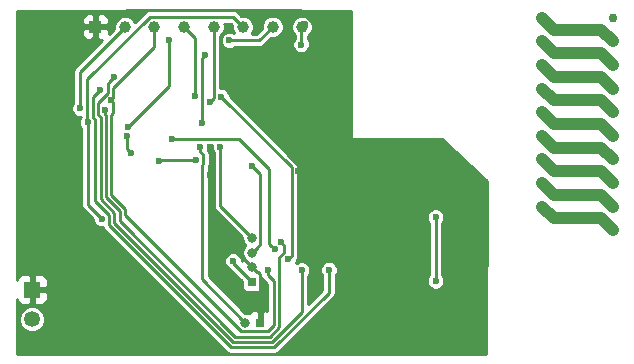
<source format=gbr>
G04 #@! TF.FileFunction,Copper,L2,Bot,Signal*
%FSLAX46Y46*%
G04 Gerber Fmt 4.6, Leading zero omitted, Abs format (unit mm)*
G04 Created by KiCad (PCBNEW 4.0.2+dfsg1-stable) date ven 12 ott 2018 15:59:41 CEST*
%MOMM*%
G01*
G04 APERTURE LIST*
%ADD10C,0.100000*%
%ADD11C,1.000760*%
%ADD12C,0.762000*%
%ADD13R,1.000000X1.000000*%
%ADD14C,1.000000*%
%ADD15R,0.800000X0.800000*%
%ADD16O,0.800000X0.800000*%
%ADD17R,1.350000X1.350000*%
%ADD18C,1.350000*%
%ADD19C,0.600000*%
%ADD20C,0.250000*%
%ADD21C,0.254000*%
G04 APERTURE END LIST*
D10*
D11*
X166657020Y-82014060D02*
X167657780Y-83014820D01*
X167657780Y-83014820D02*
X171658280Y-83014820D01*
X171658280Y-83014820D02*
X172656500Y-84013040D01*
X172656500Y-82014060D02*
X171658280Y-81013300D01*
X171658280Y-81013300D02*
X167657780Y-81013300D01*
X167657780Y-81013300D02*
X166657020Y-80015080D01*
X167657780Y-79014320D02*
X166657020Y-78013560D01*
X167657780Y-79014320D02*
X171658280Y-79014320D01*
X171658280Y-79014320D02*
X172656500Y-80015080D01*
X172656500Y-78013560D02*
X171658280Y-77012800D01*
X171658280Y-77012800D02*
X167657780Y-77012800D01*
X167657780Y-77012800D02*
X166657020Y-76014580D01*
X167657780Y-75013820D02*
X166657020Y-74013060D01*
X167657780Y-73014840D02*
X166657020Y-72014080D01*
X167657780Y-73014840D02*
X171658280Y-73014840D01*
X171658280Y-73014840D02*
X172656500Y-74013060D01*
X171658280Y-75013820D02*
X172656500Y-76014580D01*
X171658280Y-75013820D02*
X167657780Y-75013820D01*
X166657020Y-84013040D02*
X167657780Y-85013800D01*
X166657020Y-86014560D02*
X167657780Y-87012780D01*
X167657780Y-87012780D02*
X171658280Y-87012780D01*
X171658280Y-87012780D02*
X172656500Y-88013540D01*
X172656500Y-86014560D02*
X171658280Y-85013800D01*
X171658280Y-85013800D02*
X167657780Y-85013800D01*
X166657020Y-88013540D02*
X167657780Y-89014300D01*
X167657780Y-89014300D02*
X171658280Y-89014300D01*
X171658280Y-89014300D02*
X172656500Y-90015060D01*
D12*
X166657020Y-82014060D03*
X166657020Y-84013040D03*
X166730680Y-84046060D03*
X166657020Y-86014560D03*
X166657020Y-88013540D03*
X172656500Y-88013540D03*
X172656500Y-86014560D03*
X172656500Y-84013040D03*
X172656500Y-82014060D03*
X172656500Y-80015080D03*
X172656500Y-78013560D03*
X172656500Y-76014580D03*
X172656500Y-74013060D03*
X172656500Y-72014080D03*
X166657020Y-72014080D03*
X166657020Y-74013060D03*
X166657020Y-76014580D03*
X166657020Y-78013560D03*
X166657020Y-80015080D03*
X172656500Y-90015060D03*
D13*
X128856740Y-72787320D03*
D14*
X131356740Y-72787320D03*
X133856740Y-72787320D03*
X136356740Y-72787320D03*
X138856740Y-72787320D03*
X141356740Y-72787320D03*
X143856740Y-72787320D03*
X146356740Y-72787320D03*
D15*
X142097760Y-94393200D03*
D16*
X142097760Y-93143200D03*
X142097760Y-91893200D03*
X142097760Y-90643200D03*
D17*
X123489720Y-95041720D03*
D18*
X123489720Y-97541720D03*
D15*
X142801340Y-97824100D03*
D16*
X141551340Y-97824100D03*
D19*
X151546560Y-98193860D03*
X147665440Y-74455020D03*
X148071840Y-72278240D03*
X149999700Y-72029320D03*
X149842220Y-75265280D03*
X148722080Y-83781900D03*
X149903180Y-79705200D03*
X146062700Y-80472280D03*
X159710120Y-85671660D03*
X159367220Y-95849440D03*
X157322520Y-95735140D03*
X156149040Y-96647000D03*
X154030680Y-97566480D03*
X155138120Y-100020120D03*
X157835600Y-99913440D03*
X156649420Y-98727260D03*
X155671520Y-85356700D03*
X156824680Y-85981540D03*
X158780480Y-87779860D03*
X159679640Y-84236560D03*
X161264600Y-85981540D03*
X161371280Y-88148160D03*
X161317940Y-91638120D03*
X160050480Y-98564700D03*
X161107120Y-99674680D03*
X161846260Y-96342200D03*
X146674840Y-100139500D03*
X148419820Y-100086160D03*
X149951440Y-100149660D03*
X151432260Y-100022660D03*
X152913080Y-99862640D03*
X156613860Y-99915980D03*
X154604720Y-99123500D03*
X155450540Y-97960180D03*
X156507180Y-95211900D03*
X156999940Y-96984820D03*
X158198820Y-98277680D03*
X159572960Y-99545140D03*
X159468820Y-97325180D03*
X161317940Y-97977960D03*
X161792920Y-94965520D03*
X158419800Y-91150440D03*
X159255460Y-89362280D03*
X160789620Y-89519760D03*
X161701480Y-90345260D03*
X160261300Y-87088980D03*
X158145480Y-85608160D03*
X157784800Y-83558380D03*
X155671520Y-83454240D03*
X153184860Y-85620860D03*
X153291540Y-83875880D03*
X150543260Y-85356700D03*
X150754080Y-83136740D03*
X145986500Y-85026500D03*
X147360640Y-84180680D03*
X148523960Y-81325720D03*
X146146520Y-82329020D03*
X147360640Y-79209900D03*
X149105620Y-77678280D03*
X146357340Y-77149960D03*
X148366480Y-75773280D03*
X149001480Y-73449180D03*
X134232682Y-84148740D03*
X137342880Y-84059840D03*
X140505180Y-92606940D03*
X146273520Y-74285920D03*
X146568160Y-72550020D03*
X156265880Y-94267020D03*
X152944685Y-91133520D03*
X138544543Y-82931876D03*
X138526520Y-85340000D03*
X154198320Y-92782200D03*
X156408120Y-88837580D03*
X147253960Y-85914040D03*
X151747220Y-88515000D03*
X126479300Y-75740260D03*
X157667960Y-94308740D03*
X157667960Y-88896000D03*
X131884413Y-83506430D03*
X131528049Y-82063489D03*
X129388508Y-89029978D03*
X128189988Y-80865077D03*
X129704374Y-79799947D03*
X127554331Y-79684145D03*
X144543168Y-91004586D03*
X143428720Y-93366400D03*
X130195179Y-79010136D03*
X137288458Y-78639770D03*
X138524554Y-79155705D03*
X131622710Y-81269097D03*
X135122920Y-73884600D03*
X140195300Y-73935400D03*
X142102840Y-84552600D03*
X139423140Y-82931876D03*
X137744530Y-82931876D03*
X138153140Y-75210480D03*
X137863580Y-80922940D03*
X144052098Y-91636146D03*
X135343900Y-82266600D03*
X145174955Y-92458525D03*
X139481759Y-78698971D03*
X130412036Y-77075162D03*
X146311620Y-93366400D03*
X129237031Y-78159369D03*
X148633180Y-93358780D03*
D20*
X134321582Y-84059840D02*
X134232682Y-84148740D01*
X137342880Y-84059840D02*
X134321582Y-84059840D01*
X140505180Y-92606940D02*
X140505180Y-92800620D01*
X140505180Y-92800620D02*
X142097760Y-94393200D01*
X146273520Y-74285920D02*
X146273520Y-72870540D01*
X146273520Y-72870540D02*
X146356740Y-72787320D01*
X151747220Y-88515000D02*
X151747220Y-89936055D01*
X151747220Y-89936055D02*
X152644686Y-90833521D01*
X152644686Y-90833521D02*
X152944685Y-91133520D01*
X128856740Y-72787320D02*
X128856740Y-73537320D01*
X128856740Y-73537320D02*
X126653800Y-75740260D01*
X126653800Y-75740260D02*
X126479300Y-75740260D01*
X138526520Y-82949899D02*
X138544543Y-82931876D01*
X138526520Y-85340000D02*
X138526520Y-82949899D01*
X131527658Y-71395400D02*
X146185822Y-71395400D01*
X147253960Y-72463538D02*
X147253960Y-85489776D01*
X146185822Y-71395400D02*
X147253960Y-72463538D01*
X147253960Y-85489776D02*
X147253960Y-85914040D01*
X128856740Y-72787320D02*
X130135738Y-72787320D01*
X130135738Y-72787320D02*
X131527658Y-71395400D01*
X138526520Y-85340000D02*
X138526520Y-89571960D01*
X138526520Y-89571960D02*
X142097760Y-93143200D01*
X156408120Y-88837580D02*
X154198320Y-91047380D01*
X154198320Y-91047380D02*
X154198320Y-92782200D01*
X151747220Y-88515000D02*
X149854920Y-88515000D01*
X149854920Y-88515000D02*
X147253960Y-85914040D01*
X142801340Y-97824100D02*
X142801340Y-97174100D01*
X142801340Y-97174100D02*
X142822761Y-97152679D01*
X142822761Y-97152679D02*
X142822761Y-93733199D01*
X142632761Y-93543199D02*
X142497759Y-93543199D01*
X142822761Y-93733199D02*
X142632761Y-93543199D01*
X142497759Y-93543199D02*
X142097760Y-93143200D01*
X128833880Y-72810180D02*
X128856740Y-72787320D01*
X157667960Y-88896000D02*
X157667960Y-94308740D01*
X131528049Y-83150066D02*
X131584414Y-83206431D01*
X131528049Y-82063489D02*
X131528049Y-83150066D01*
X131584414Y-83206431D02*
X131884413Y-83506430D01*
X141356740Y-72787320D02*
X140531739Y-71962319D01*
X128179332Y-80854421D02*
X128189988Y-80865077D01*
X133460739Y-71962319D02*
X128179332Y-77243726D01*
X128179332Y-77243726D02*
X128179332Y-80854421D01*
X140531739Y-71962319D02*
X133460739Y-71962319D01*
X129088509Y-88729979D02*
X129388508Y-89029978D01*
X128189988Y-80865077D02*
X128189988Y-87831458D01*
X128189988Y-87831458D02*
X129088509Y-88729979D01*
X144429911Y-98216942D02*
X143641222Y-99005631D01*
X143641222Y-99005631D02*
X140689620Y-99005631D01*
X129745168Y-80265005D02*
X129704374Y-80224211D01*
X129745168Y-87188814D02*
X129745168Y-80265005D01*
X144429911Y-92309771D02*
X144429911Y-98216942D01*
X144843167Y-91896515D02*
X144429911Y-92309771D01*
X129704374Y-80224211D02*
X129704374Y-79799947D01*
X144843167Y-91304585D02*
X144843167Y-91896515D01*
X127554331Y-79259881D02*
X127554331Y-79684145D01*
X127554331Y-76589729D02*
X127554331Y-79259881D01*
X131356740Y-72787320D02*
X127554331Y-76589729D01*
X130913531Y-88357177D02*
X129745168Y-87188814D01*
X140689620Y-99005631D02*
X130913531Y-89229542D01*
X130913531Y-89229542D02*
X130913531Y-88357177D01*
X144543168Y-91004586D02*
X144843167Y-91304585D01*
X143979900Y-98030542D02*
X143979900Y-94341844D01*
X141216377Y-98549101D02*
X143461341Y-98549101D01*
X131363542Y-88709302D02*
X141209858Y-98555620D01*
X130195179Y-80234144D02*
X130195179Y-87002414D01*
X130195179Y-87002414D02*
X131363542Y-88170777D01*
X143428720Y-93790664D02*
X143428720Y-93366400D01*
X130329375Y-80099948D02*
X130195179Y-80234144D01*
X143979900Y-94341844D02*
X143428720Y-93790664D01*
X130329375Y-79144332D02*
X130329375Y-80099948D01*
X130195179Y-79010136D02*
X130329375Y-79144332D01*
X131363542Y-88170777D02*
X131363542Y-88709302D01*
X141209858Y-98555620D02*
X141216377Y-98549101D01*
X143461341Y-98549101D02*
X143979900Y-98030542D01*
X130370188Y-78835127D02*
X130195179Y-79010136D01*
X133856740Y-74514369D02*
X130370188Y-78000921D01*
X133856740Y-72787320D02*
X133856740Y-74514369D01*
X130370188Y-78000921D02*
X130370188Y-78835127D01*
X137288458Y-78215506D02*
X137288458Y-78639770D01*
X136356740Y-72787320D02*
X137288458Y-73719038D01*
X137288458Y-73719038D02*
X137288458Y-78215506D01*
X138856740Y-72787320D02*
X138856740Y-78823519D01*
X138856740Y-78823519D02*
X138824553Y-78855706D01*
X138824553Y-78855706D02*
X138524554Y-79155705D01*
X135122920Y-73884600D02*
X135122920Y-77768887D01*
X135122920Y-77768887D02*
X131922709Y-80969098D01*
X131922709Y-80969098D02*
X131622710Y-81269097D01*
X143856740Y-72787320D02*
X142708660Y-73935400D01*
X142708660Y-73935400D02*
X140195300Y-73935400D01*
X142822761Y-90295199D02*
X142822761Y-91168199D01*
X142102840Y-84552600D02*
X142800909Y-85250669D01*
X142800909Y-90273347D02*
X142822761Y-90295199D01*
X142800909Y-85250669D02*
X142800909Y-90273347D01*
X142822761Y-91168199D02*
X142497759Y-91493201D01*
X142497759Y-91493201D02*
X142097760Y-91893200D01*
X139423140Y-83356140D02*
X139423140Y-82931876D01*
X139423140Y-87968580D02*
X139423140Y-83356140D01*
X142097760Y-90643200D02*
X139423140Y-87968580D01*
X137967881Y-84359841D02*
X137967881Y-83579491D01*
X137878981Y-84448741D02*
X137967881Y-84359841D01*
X137967881Y-83579491D02*
X137744530Y-83356140D01*
X141551340Y-97824100D02*
X137878981Y-94151741D01*
X137878981Y-94151741D02*
X137878981Y-84448741D01*
X137744530Y-83356140D02*
X137744530Y-82931876D01*
X137913478Y-78926742D02*
X137913478Y-75450142D01*
X137863580Y-80922940D02*
X137863580Y-78976640D01*
X137863580Y-78976640D02*
X137913478Y-78926742D01*
X137913478Y-75450142D02*
X138153140Y-75210480D01*
X143570043Y-91154091D02*
X143752099Y-91336147D01*
X143752099Y-91336147D02*
X144052098Y-91636146D01*
X140997940Y-82266600D02*
X143570043Y-84838703D01*
X143570043Y-84838703D02*
X143570043Y-91154091D01*
X135343900Y-82266600D02*
X140997940Y-82266600D01*
X145474954Y-92158526D02*
X145174955Y-92458525D01*
X145474954Y-84692166D02*
X145474954Y-92158526D01*
X139481759Y-78698971D02*
X145474954Y-84692166D01*
X130463520Y-89415942D02*
X130463520Y-88543577D01*
X129079354Y-79200957D02*
X129895177Y-78385134D01*
X129295157Y-80449949D02*
X129079354Y-80234146D01*
X129895177Y-78385134D02*
X129895177Y-77592021D01*
X129079354Y-80234146D02*
X129079354Y-79200957D01*
X146311620Y-96971644D02*
X143827622Y-99455642D01*
X129295157Y-87375214D02*
X129295157Y-80449949D01*
X143827622Y-99455642D02*
X140503220Y-99455642D01*
X146311620Y-93366400D02*
X146311620Y-96971644D01*
X130112037Y-77375161D02*
X130412036Y-77075162D01*
X129895177Y-77592021D02*
X130112037Y-77375161D01*
X140503220Y-99455642D02*
X130463520Y-89415942D01*
X130463520Y-88543577D02*
X129295157Y-87375214D01*
X130013509Y-89602342D02*
X130013509Y-88729977D01*
X128629343Y-80420546D02*
X128629343Y-78767057D01*
X128845146Y-80636349D02*
X128629343Y-80420546D01*
X130013509Y-88729977D02*
X128845146Y-87561614D01*
X140316820Y-99905653D02*
X130013509Y-89602342D01*
X128629343Y-78767057D02*
X128937032Y-78459368D01*
X148633180Y-95286495D02*
X144014022Y-99905653D01*
X148633180Y-93358780D02*
X148633180Y-95286495D01*
X144014022Y-99905653D02*
X140316820Y-99905653D01*
X128845146Y-87561614D02*
X128845146Y-80636349D01*
X128937032Y-78459368D02*
X129237031Y-78159369D01*
D21*
G36*
X133246436Y-71444946D02*
X133064759Y-71566339D01*
X132215018Y-72416080D01*
X132149857Y-72258377D01*
X131887067Y-71995128D01*
X131543539Y-71852482D01*
X131171573Y-71852158D01*
X130827797Y-71994203D01*
X130564548Y-72256993D01*
X130421902Y-72600521D01*
X130421615Y-72930485D01*
X129991740Y-73360360D01*
X129991740Y-73073070D01*
X129832990Y-72914320D01*
X128983740Y-72914320D01*
X128983740Y-73763570D01*
X129142490Y-73922320D01*
X129429780Y-73922320D01*
X127158351Y-76193749D01*
X127036958Y-76375426D01*
X126994331Y-76589729D01*
X126994331Y-79204627D01*
X126931591Y-79267257D01*
X126819458Y-79537303D01*
X126819203Y-79829704D01*
X126930865Y-80099945D01*
X127137443Y-80306885D01*
X127407489Y-80419018D01*
X127596305Y-80419183D01*
X127567248Y-80448189D01*
X127455115Y-80718235D01*
X127454860Y-81010636D01*
X127566522Y-81280877D01*
X127629988Y-81344454D01*
X127629988Y-87831458D01*
X127672615Y-88045761D01*
X127794008Y-88227438D01*
X128653457Y-89086887D01*
X128653380Y-89175537D01*
X128765042Y-89445778D01*
X128971620Y-89652718D01*
X129241666Y-89764851D01*
X129485876Y-89765064D01*
X129496136Y-89816645D01*
X129617529Y-89998322D01*
X139920840Y-100301633D01*
X140102517Y-100423026D01*
X140316820Y-100465653D01*
X144014022Y-100465653D01*
X144228325Y-100423026D01*
X144410002Y-100301633D01*
X149029160Y-95682475D01*
X149150553Y-95500798D01*
X149193180Y-95286495D01*
X149193180Y-93838298D01*
X149255920Y-93775668D01*
X149368053Y-93505622D01*
X149368308Y-93213221D01*
X149256646Y-92942980D01*
X149050068Y-92736040D01*
X148780022Y-92623907D01*
X148487621Y-92623652D01*
X148217380Y-92735314D01*
X148010440Y-92941892D01*
X147898307Y-93211938D01*
X147898052Y-93504339D01*
X148009714Y-93774580D01*
X148073180Y-93838157D01*
X148073180Y-95054535D01*
X146871620Y-96256095D01*
X146871620Y-93845918D01*
X146934360Y-93783288D01*
X147046493Y-93513242D01*
X147046748Y-93220841D01*
X146935086Y-92950600D01*
X146728508Y-92743660D01*
X146458462Y-92631527D01*
X146166061Y-92631272D01*
X145895820Y-92742934D01*
X145822181Y-92816444D01*
X145909828Y-92605367D01*
X145909923Y-92496155D01*
X145992327Y-92372829D01*
X146034955Y-92158526D01*
X146034954Y-92158521D01*
X146034954Y-89041559D01*
X156932832Y-89041559D01*
X157044494Y-89311800D01*
X157107960Y-89375377D01*
X157107960Y-93829222D01*
X157045220Y-93891852D01*
X156933087Y-94161898D01*
X156932832Y-94454299D01*
X157044494Y-94724540D01*
X157251072Y-94931480D01*
X157521118Y-95043613D01*
X157813519Y-95043868D01*
X158083760Y-94932206D01*
X158290700Y-94725628D01*
X158402833Y-94455582D01*
X158403088Y-94163181D01*
X158291426Y-93892940D01*
X158227960Y-93829363D01*
X158227960Y-89375518D01*
X158290700Y-89312888D01*
X158402833Y-89042842D01*
X158403088Y-88750441D01*
X158291426Y-88480200D01*
X158084848Y-88273260D01*
X157814802Y-88161127D01*
X157522401Y-88160872D01*
X157252160Y-88272534D01*
X157045220Y-88479112D01*
X156933087Y-88749158D01*
X156932832Y-89041559D01*
X146034954Y-89041559D01*
X146034954Y-84692171D01*
X146034955Y-84692166D01*
X145992327Y-84477863D01*
X145870934Y-84296186D01*
X140216810Y-78642062D01*
X140216887Y-78553412D01*
X140105225Y-78283171D01*
X139898647Y-78076231D01*
X139628601Y-77964098D01*
X139416740Y-77963913D01*
X139416740Y-73549434D01*
X139648932Y-73317647D01*
X139791578Y-72974119D01*
X139791902Y-72602153D01*
X139758915Y-72522319D01*
X140299779Y-72522319D01*
X140421864Y-72644404D01*
X140421578Y-72972487D01*
X140551768Y-73287571D01*
X140342142Y-73200527D01*
X140049741Y-73200272D01*
X139779500Y-73311934D01*
X139572560Y-73518512D01*
X139460427Y-73788558D01*
X139460172Y-74080959D01*
X139571834Y-74351200D01*
X139778412Y-74558140D01*
X140048458Y-74670273D01*
X140340859Y-74670528D01*
X140611100Y-74558866D01*
X140674677Y-74495400D01*
X142708660Y-74495400D01*
X142922963Y-74452773D01*
X143104640Y-74331380D01*
X143713824Y-73722196D01*
X144041907Y-73722482D01*
X144385683Y-73580437D01*
X144648932Y-73317647D01*
X144791578Y-72974119D01*
X144791579Y-72972487D01*
X145421578Y-72972487D01*
X145563623Y-73316263D01*
X145713520Y-73466422D01*
X145713520Y-73806402D01*
X145650780Y-73869032D01*
X145538647Y-74139078D01*
X145538392Y-74431479D01*
X145650054Y-74701720D01*
X145856632Y-74908660D01*
X146126678Y-75020793D01*
X146419079Y-75021048D01*
X146689320Y-74909386D01*
X146896260Y-74702808D01*
X147008393Y-74432762D01*
X147008648Y-74140361D01*
X146896986Y-73870120D01*
X146833520Y-73806543D01*
X146833520Y-73601990D01*
X146885683Y-73580437D01*
X147148932Y-73317647D01*
X147291578Y-72974119D01*
X147291902Y-72602153D01*
X147149857Y-72258377D01*
X146887067Y-71995128D01*
X146543539Y-71852482D01*
X146171573Y-71852158D01*
X145827797Y-71994203D01*
X145564548Y-72256993D01*
X145421902Y-72600521D01*
X145421578Y-72972487D01*
X144791579Y-72972487D01*
X144791902Y-72602153D01*
X144649857Y-72258377D01*
X144387067Y-71995128D01*
X144043539Y-71852482D01*
X143671573Y-71852158D01*
X143327797Y-71994203D01*
X143064548Y-72256993D01*
X142921902Y-72600521D01*
X142921615Y-72930485D01*
X142476700Y-73375400D01*
X142091078Y-73375400D01*
X142148932Y-73317647D01*
X142291578Y-72974119D01*
X142291902Y-72602153D01*
X142149857Y-72258377D01*
X141887067Y-71995128D01*
X141543539Y-71852482D01*
X141213575Y-71852195D01*
X140927719Y-71566339D01*
X140746042Y-71444946D01*
X140733443Y-71442440D01*
X150525062Y-71442440D01*
X150487381Y-82160934D01*
X150497213Y-82210379D01*
X150525507Y-82252103D01*
X150567805Y-82279532D01*
X150614380Y-82288380D01*
X158215012Y-82288380D01*
X162016119Y-85815667D01*
X161931215Y-100472440D01*
X122182120Y-100472440D01*
X122182120Y-97761544D01*
X122379528Y-97761544D01*
X122548159Y-98169663D01*
X122860135Y-98482183D01*
X123267959Y-98651527D01*
X123709544Y-98651912D01*
X124117663Y-98483281D01*
X124430183Y-98171305D01*
X124599527Y-97763481D01*
X124599912Y-97321896D01*
X124431281Y-96913777D01*
X124119305Y-96601257D01*
X123711481Y-96431913D01*
X123269896Y-96431528D01*
X122861777Y-96600159D01*
X122549257Y-96912135D01*
X122379913Y-97319959D01*
X122379528Y-97761544D01*
X122182120Y-97761544D01*
X122182120Y-95848823D01*
X122276393Y-96076418D01*
X122455021Y-96255047D01*
X122688410Y-96351720D01*
X123203970Y-96351720D01*
X123362720Y-96192970D01*
X123362720Y-95168720D01*
X123616720Y-95168720D01*
X123616720Y-96192970D01*
X123775470Y-96351720D01*
X124291030Y-96351720D01*
X124524419Y-96255047D01*
X124703047Y-96076418D01*
X124799720Y-95843029D01*
X124799720Y-95327470D01*
X124640970Y-95168720D01*
X123616720Y-95168720D01*
X123362720Y-95168720D01*
X123342720Y-95168720D01*
X123342720Y-94914720D01*
X123362720Y-94914720D01*
X123362720Y-93890470D01*
X123616720Y-93890470D01*
X123616720Y-94914720D01*
X124640970Y-94914720D01*
X124799720Y-94755970D01*
X124799720Y-94240411D01*
X124703047Y-94007022D01*
X124524419Y-93828393D01*
X124291030Y-93731720D01*
X123775470Y-93731720D01*
X123616720Y-93890470D01*
X123362720Y-93890470D01*
X123203970Y-93731720D01*
X122688410Y-93731720D01*
X122455021Y-93828393D01*
X122276393Y-94007022D01*
X122182120Y-94234617D01*
X122182120Y-73073070D01*
X127721740Y-73073070D01*
X127721740Y-73413630D01*
X127818413Y-73647019D01*
X127997042Y-73825647D01*
X128230431Y-73922320D01*
X128570990Y-73922320D01*
X128729740Y-73763570D01*
X128729740Y-72914320D01*
X127880490Y-72914320D01*
X127721740Y-73073070D01*
X122182120Y-73073070D01*
X122182120Y-72161010D01*
X127721740Y-72161010D01*
X127721740Y-72501570D01*
X127880490Y-72660320D01*
X128729740Y-72660320D01*
X128729740Y-71811070D01*
X128983740Y-71811070D01*
X128983740Y-72660320D01*
X129832990Y-72660320D01*
X129991740Y-72501570D01*
X129991740Y-72161010D01*
X129895067Y-71927621D01*
X129716438Y-71748993D01*
X129483049Y-71652320D01*
X129142490Y-71652320D01*
X128983740Y-71811070D01*
X128729740Y-71811070D01*
X128570990Y-71652320D01*
X128230431Y-71652320D01*
X127997042Y-71748993D01*
X127818413Y-71927621D01*
X127721740Y-72161010D01*
X122182120Y-72161010D01*
X122182120Y-71442440D01*
X133259035Y-71442440D01*
X133246436Y-71444946D01*
X133246436Y-71444946D01*
G37*
X133246436Y-71444946D02*
X133064759Y-71566339D01*
X132215018Y-72416080D01*
X132149857Y-72258377D01*
X131887067Y-71995128D01*
X131543539Y-71852482D01*
X131171573Y-71852158D01*
X130827797Y-71994203D01*
X130564548Y-72256993D01*
X130421902Y-72600521D01*
X130421615Y-72930485D01*
X129991740Y-73360360D01*
X129991740Y-73073070D01*
X129832990Y-72914320D01*
X128983740Y-72914320D01*
X128983740Y-73763570D01*
X129142490Y-73922320D01*
X129429780Y-73922320D01*
X127158351Y-76193749D01*
X127036958Y-76375426D01*
X126994331Y-76589729D01*
X126994331Y-79204627D01*
X126931591Y-79267257D01*
X126819458Y-79537303D01*
X126819203Y-79829704D01*
X126930865Y-80099945D01*
X127137443Y-80306885D01*
X127407489Y-80419018D01*
X127596305Y-80419183D01*
X127567248Y-80448189D01*
X127455115Y-80718235D01*
X127454860Y-81010636D01*
X127566522Y-81280877D01*
X127629988Y-81344454D01*
X127629988Y-87831458D01*
X127672615Y-88045761D01*
X127794008Y-88227438D01*
X128653457Y-89086887D01*
X128653380Y-89175537D01*
X128765042Y-89445778D01*
X128971620Y-89652718D01*
X129241666Y-89764851D01*
X129485876Y-89765064D01*
X129496136Y-89816645D01*
X129617529Y-89998322D01*
X139920840Y-100301633D01*
X140102517Y-100423026D01*
X140316820Y-100465653D01*
X144014022Y-100465653D01*
X144228325Y-100423026D01*
X144410002Y-100301633D01*
X149029160Y-95682475D01*
X149150553Y-95500798D01*
X149193180Y-95286495D01*
X149193180Y-93838298D01*
X149255920Y-93775668D01*
X149368053Y-93505622D01*
X149368308Y-93213221D01*
X149256646Y-92942980D01*
X149050068Y-92736040D01*
X148780022Y-92623907D01*
X148487621Y-92623652D01*
X148217380Y-92735314D01*
X148010440Y-92941892D01*
X147898307Y-93211938D01*
X147898052Y-93504339D01*
X148009714Y-93774580D01*
X148073180Y-93838157D01*
X148073180Y-95054535D01*
X146871620Y-96256095D01*
X146871620Y-93845918D01*
X146934360Y-93783288D01*
X147046493Y-93513242D01*
X147046748Y-93220841D01*
X146935086Y-92950600D01*
X146728508Y-92743660D01*
X146458462Y-92631527D01*
X146166061Y-92631272D01*
X145895820Y-92742934D01*
X145822181Y-92816444D01*
X145909828Y-92605367D01*
X145909923Y-92496155D01*
X145992327Y-92372829D01*
X146034955Y-92158526D01*
X146034954Y-92158521D01*
X146034954Y-89041559D01*
X156932832Y-89041559D01*
X157044494Y-89311800D01*
X157107960Y-89375377D01*
X157107960Y-93829222D01*
X157045220Y-93891852D01*
X156933087Y-94161898D01*
X156932832Y-94454299D01*
X157044494Y-94724540D01*
X157251072Y-94931480D01*
X157521118Y-95043613D01*
X157813519Y-95043868D01*
X158083760Y-94932206D01*
X158290700Y-94725628D01*
X158402833Y-94455582D01*
X158403088Y-94163181D01*
X158291426Y-93892940D01*
X158227960Y-93829363D01*
X158227960Y-89375518D01*
X158290700Y-89312888D01*
X158402833Y-89042842D01*
X158403088Y-88750441D01*
X158291426Y-88480200D01*
X158084848Y-88273260D01*
X157814802Y-88161127D01*
X157522401Y-88160872D01*
X157252160Y-88272534D01*
X157045220Y-88479112D01*
X156933087Y-88749158D01*
X156932832Y-89041559D01*
X146034954Y-89041559D01*
X146034954Y-84692171D01*
X146034955Y-84692166D01*
X145992327Y-84477863D01*
X145870934Y-84296186D01*
X140216810Y-78642062D01*
X140216887Y-78553412D01*
X140105225Y-78283171D01*
X139898647Y-78076231D01*
X139628601Y-77964098D01*
X139416740Y-77963913D01*
X139416740Y-73549434D01*
X139648932Y-73317647D01*
X139791578Y-72974119D01*
X139791902Y-72602153D01*
X139758915Y-72522319D01*
X140299779Y-72522319D01*
X140421864Y-72644404D01*
X140421578Y-72972487D01*
X140551768Y-73287571D01*
X140342142Y-73200527D01*
X140049741Y-73200272D01*
X139779500Y-73311934D01*
X139572560Y-73518512D01*
X139460427Y-73788558D01*
X139460172Y-74080959D01*
X139571834Y-74351200D01*
X139778412Y-74558140D01*
X140048458Y-74670273D01*
X140340859Y-74670528D01*
X140611100Y-74558866D01*
X140674677Y-74495400D01*
X142708660Y-74495400D01*
X142922963Y-74452773D01*
X143104640Y-74331380D01*
X143713824Y-73722196D01*
X144041907Y-73722482D01*
X144385683Y-73580437D01*
X144648932Y-73317647D01*
X144791578Y-72974119D01*
X144791579Y-72972487D01*
X145421578Y-72972487D01*
X145563623Y-73316263D01*
X145713520Y-73466422D01*
X145713520Y-73806402D01*
X145650780Y-73869032D01*
X145538647Y-74139078D01*
X145538392Y-74431479D01*
X145650054Y-74701720D01*
X145856632Y-74908660D01*
X146126678Y-75020793D01*
X146419079Y-75021048D01*
X146689320Y-74909386D01*
X146896260Y-74702808D01*
X147008393Y-74432762D01*
X147008648Y-74140361D01*
X146896986Y-73870120D01*
X146833520Y-73806543D01*
X146833520Y-73601990D01*
X146885683Y-73580437D01*
X147148932Y-73317647D01*
X147291578Y-72974119D01*
X147291902Y-72602153D01*
X147149857Y-72258377D01*
X146887067Y-71995128D01*
X146543539Y-71852482D01*
X146171573Y-71852158D01*
X145827797Y-71994203D01*
X145564548Y-72256993D01*
X145421902Y-72600521D01*
X145421578Y-72972487D01*
X144791579Y-72972487D01*
X144791902Y-72602153D01*
X144649857Y-72258377D01*
X144387067Y-71995128D01*
X144043539Y-71852482D01*
X143671573Y-71852158D01*
X143327797Y-71994203D01*
X143064548Y-72256993D01*
X142921902Y-72600521D01*
X142921615Y-72930485D01*
X142476700Y-73375400D01*
X142091078Y-73375400D01*
X142148932Y-73317647D01*
X142291578Y-72974119D01*
X142291902Y-72602153D01*
X142149857Y-72258377D01*
X141887067Y-71995128D01*
X141543539Y-71852482D01*
X141213575Y-71852195D01*
X140927719Y-71566339D01*
X140746042Y-71444946D01*
X140733443Y-71442440D01*
X150525062Y-71442440D01*
X150487381Y-82160934D01*
X150497213Y-82210379D01*
X150525507Y-82252103D01*
X150567805Y-82279532D01*
X150614380Y-82288380D01*
X158215012Y-82288380D01*
X162016119Y-85815667D01*
X161931215Y-100472440D01*
X122182120Y-100472440D01*
X122182120Y-97761544D01*
X122379528Y-97761544D01*
X122548159Y-98169663D01*
X122860135Y-98482183D01*
X123267959Y-98651527D01*
X123709544Y-98651912D01*
X124117663Y-98483281D01*
X124430183Y-98171305D01*
X124599527Y-97763481D01*
X124599912Y-97321896D01*
X124431281Y-96913777D01*
X124119305Y-96601257D01*
X123711481Y-96431913D01*
X123269896Y-96431528D01*
X122861777Y-96600159D01*
X122549257Y-96912135D01*
X122379913Y-97319959D01*
X122379528Y-97761544D01*
X122182120Y-97761544D01*
X122182120Y-95848823D01*
X122276393Y-96076418D01*
X122455021Y-96255047D01*
X122688410Y-96351720D01*
X123203970Y-96351720D01*
X123362720Y-96192970D01*
X123362720Y-95168720D01*
X123616720Y-95168720D01*
X123616720Y-96192970D01*
X123775470Y-96351720D01*
X124291030Y-96351720D01*
X124524419Y-96255047D01*
X124703047Y-96076418D01*
X124799720Y-95843029D01*
X124799720Y-95327470D01*
X124640970Y-95168720D01*
X123616720Y-95168720D01*
X123362720Y-95168720D01*
X123342720Y-95168720D01*
X123342720Y-94914720D01*
X123362720Y-94914720D01*
X123362720Y-93890470D01*
X123616720Y-93890470D01*
X123616720Y-94914720D01*
X124640970Y-94914720D01*
X124799720Y-94755970D01*
X124799720Y-94240411D01*
X124703047Y-94007022D01*
X124524419Y-93828393D01*
X124291030Y-93731720D01*
X123775470Y-93731720D01*
X123616720Y-93890470D01*
X123362720Y-93890470D01*
X123203970Y-93731720D01*
X122688410Y-93731720D01*
X122455021Y-93828393D01*
X122276393Y-94007022D01*
X122182120Y-94234617D01*
X122182120Y-73073070D01*
X127721740Y-73073070D01*
X127721740Y-73413630D01*
X127818413Y-73647019D01*
X127997042Y-73825647D01*
X128230431Y-73922320D01*
X128570990Y-73922320D01*
X128729740Y-73763570D01*
X128729740Y-72914320D01*
X127880490Y-72914320D01*
X127721740Y-73073070D01*
X122182120Y-73073070D01*
X122182120Y-72161010D01*
X127721740Y-72161010D01*
X127721740Y-72501570D01*
X127880490Y-72660320D01*
X128729740Y-72660320D01*
X128729740Y-71811070D01*
X128983740Y-71811070D01*
X128983740Y-72660320D01*
X129832990Y-72660320D01*
X129991740Y-72501570D01*
X129991740Y-72161010D01*
X129895067Y-71927621D01*
X129716438Y-71748993D01*
X129483049Y-71652320D01*
X129142490Y-71652320D01*
X128983740Y-71811070D01*
X128729740Y-71811070D01*
X128570990Y-71652320D01*
X128230431Y-71652320D01*
X127997042Y-71748993D01*
X127818413Y-71927621D01*
X127721740Y-72161010D01*
X122182120Y-72161010D01*
X122182120Y-71442440D01*
X133259035Y-71442440D01*
X133246436Y-71444946D01*
G36*
X138688012Y-83077435D02*
X138799674Y-83347676D01*
X138863140Y-83411253D01*
X138863140Y-87968580D01*
X138905767Y-88182883D01*
X139027160Y-88364560D01*
X141267187Y-90604587D01*
X141262760Y-90626841D01*
X141262760Y-90659559D01*
X141326321Y-90979100D01*
X141507326Y-91249993D01*
X141534575Y-91268200D01*
X141507326Y-91286407D01*
X141326321Y-91557300D01*
X141262760Y-91876841D01*
X141262760Y-91909559D01*
X141326321Y-92229100D01*
X141427515Y-92380548D01*
X141288292Y-92498208D01*
X141240195Y-92591402D01*
X141240308Y-92461381D01*
X141128646Y-92191140D01*
X140922068Y-91984200D01*
X140652022Y-91872067D01*
X140359621Y-91871812D01*
X140089380Y-91983474D01*
X139882440Y-92190052D01*
X139770307Y-92460098D01*
X139770052Y-92752499D01*
X139881714Y-93022740D01*
X140088292Y-93229680D01*
X140180617Y-93268017D01*
X141254238Y-94341638D01*
X141254238Y-94793200D01*
X141284570Y-94954401D01*
X141379840Y-95102455D01*
X141525205Y-95201779D01*
X141697760Y-95236722D01*
X142497760Y-95236722D01*
X142658961Y-95206390D01*
X142807015Y-95111120D01*
X142906339Y-94965755D01*
X142941282Y-94793200D01*
X142941282Y-94049768D01*
X143032740Y-94186644D01*
X143419900Y-94573804D01*
X143419900Y-96827312D01*
X143327649Y-96789100D01*
X143087090Y-96789100D01*
X142928340Y-96947850D01*
X142928340Y-97697100D01*
X142948340Y-97697100D01*
X142948340Y-97951100D01*
X142928340Y-97951100D01*
X142928340Y-97971100D01*
X142674340Y-97971100D01*
X142674340Y-97951100D01*
X142654340Y-97951100D01*
X142654340Y-97697100D01*
X142674340Y-97697100D01*
X142674340Y-96947850D01*
X142515590Y-96789100D01*
X142275031Y-96789100D01*
X142041642Y-96885773D01*
X141876825Y-97050589D01*
X141567699Y-96989100D01*
X141534981Y-96989100D01*
X141512727Y-96993527D01*
X138438981Y-93919781D01*
X138438981Y-84643396D01*
X138485254Y-84574144D01*
X138527882Y-84359841D01*
X138527881Y-84359836D01*
X138527881Y-83579491D01*
X138485254Y-83365188D01*
X138408283Y-83249993D01*
X138479403Y-83078718D01*
X138479623Y-82826600D01*
X138688231Y-82826600D01*
X138688012Y-83077435D01*
X138688012Y-83077435D01*
G37*
X138688012Y-83077435D02*
X138799674Y-83347676D01*
X138863140Y-83411253D01*
X138863140Y-87968580D01*
X138905767Y-88182883D01*
X139027160Y-88364560D01*
X141267187Y-90604587D01*
X141262760Y-90626841D01*
X141262760Y-90659559D01*
X141326321Y-90979100D01*
X141507326Y-91249993D01*
X141534575Y-91268200D01*
X141507326Y-91286407D01*
X141326321Y-91557300D01*
X141262760Y-91876841D01*
X141262760Y-91909559D01*
X141326321Y-92229100D01*
X141427515Y-92380548D01*
X141288292Y-92498208D01*
X141240195Y-92591402D01*
X141240308Y-92461381D01*
X141128646Y-92191140D01*
X140922068Y-91984200D01*
X140652022Y-91872067D01*
X140359621Y-91871812D01*
X140089380Y-91983474D01*
X139882440Y-92190052D01*
X139770307Y-92460098D01*
X139770052Y-92752499D01*
X139881714Y-93022740D01*
X140088292Y-93229680D01*
X140180617Y-93268017D01*
X141254238Y-94341638D01*
X141254238Y-94793200D01*
X141284570Y-94954401D01*
X141379840Y-95102455D01*
X141525205Y-95201779D01*
X141697760Y-95236722D01*
X142497760Y-95236722D01*
X142658961Y-95206390D01*
X142807015Y-95111120D01*
X142906339Y-94965755D01*
X142941282Y-94793200D01*
X142941282Y-94049768D01*
X143032740Y-94186644D01*
X143419900Y-94573804D01*
X143419900Y-96827312D01*
X143327649Y-96789100D01*
X143087090Y-96789100D01*
X142928340Y-96947850D01*
X142928340Y-97697100D01*
X142948340Y-97697100D01*
X142948340Y-97951100D01*
X142928340Y-97951100D01*
X142928340Y-97971100D01*
X142674340Y-97971100D01*
X142674340Y-97951100D01*
X142654340Y-97951100D01*
X142654340Y-97697100D01*
X142674340Y-97697100D01*
X142674340Y-96947850D01*
X142515590Y-96789100D01*
X142275031Y-96789100D01*
X142041642Y-96885773D01*
X141876825Y-97050589D01*
X141567699Y-96989100D01*
X141534981Y-96989100D01*
X141512727Y-96993527D01*
X138438981Y-93919781D01*
X138438981Y-84643396D01*
X138485254Y-84574144D01*
X138527882Y-84359841D01*
X138527881Y-84359836D01*
X138527881Y-83579491D01*
X138485254Y-83365188D01*
X138408283Y-83249993D01*
X138479403Y-83078718D01*
X138479623Y-82826600D01*
X138688231Y-82826600D01*
X138688012Y-83077435D01*
G36*
X142224760Y-93016200D02*
X142244760Y-93016200D01*
X142244760Y-93270200D01*
X142224760Y-93270200D01*
X142224760Y-93290200D01*
X141970760Y-93290200D01*
X141970760Y-93270200D01*
X141950760Y-93270200D01*
X141950760Y-93016200D01*
X141970760Y-93016200D01*
X141970760Y-92996200D01*
X142224760Y-92996200D01*
X142224760Y-93016200D01*
X142224760Y-93016200D01*
G37*
X142224760Y-93016200D02*
X142244760Y-93016200D01*
X142244760Y-93270200D01*
X142224760Y-93270200D01*
X142224760Y-93290200D01*
X141970760Y-93290200D01*
X141970760Y-93270200D01*
X141950760Y-93270200D01*
X141950760Y-93016200D01*
X141970760Y-93016200D01*
X141970760Y-92996200D01*
X142224760Y-92996200D01*
X142224760Y-93016200D01*
M02*

</source>
